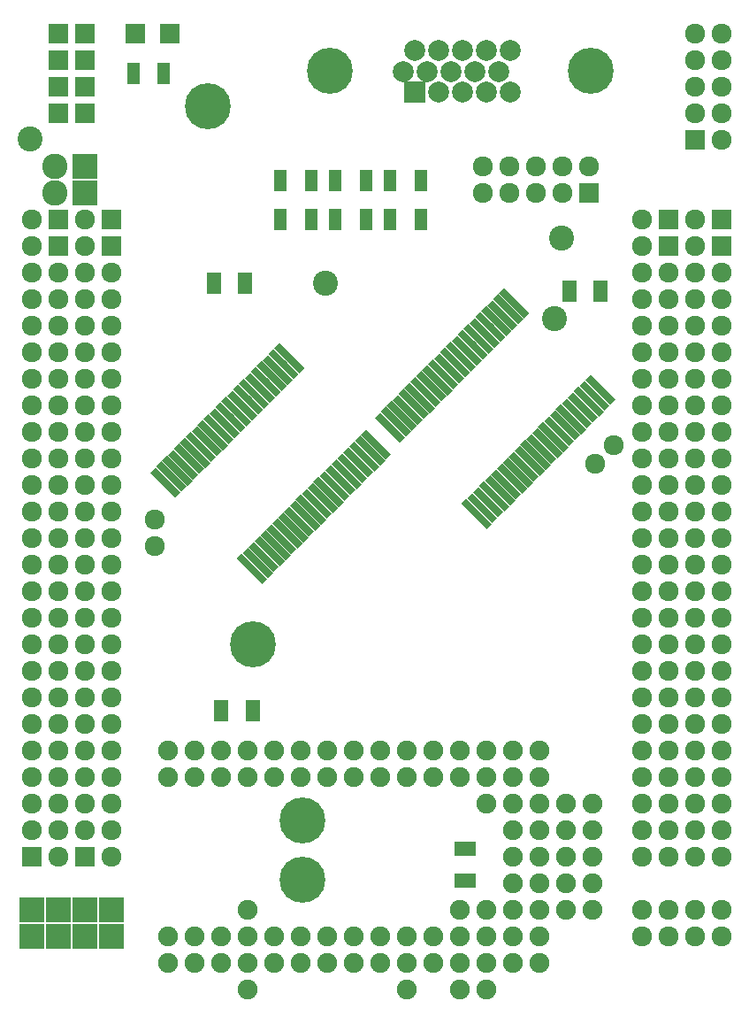
<source format=gbr>
G04 #@! TF.GenerationSoftware,KiCad,Pcbnew,5.0.0-rc2-dev-unknown-0f0d9af~63~ubuntu16.04.1*
G04 #@! TF.CreationDate,2018-03-29T12:16:37-07:00*
G04 #@! TF.ProjectId,mojoback_sram,6D6F6A6F6261636B5F7372616D2E6B69,rev?*
G04 #@! TF.SameCoordinates,Original*
G04 #@! TF.FileFunction,Soldermask,Top*
G04 #@! TF.FilePolarity,Negative*
%FSLAX46Y46*%
G04 Gerber Fmt 4.6, Leading zero omitted, Abs format (unit mm)*
G04 Created by KiCad (PCBNEW 5.0.0-rc2-dev-unknown-0f0d9af~63~ubuntu16.04.1) date Thu Mar 29 12:16:37 2018*
%MOMM*%
%LPD*%
G01*
G04 APERTURE LIST*
%ADD10C,2.400000*%
%ADD11C,4.400000*%
%ADD12C,0.700000*%
%ADD13C,0.100000*%
%ADD14R,1.400000X2.000000*%
%ADD15R,2.000000X1.400000*%
%ADD16R,1.900000X1.900000*%
%ADD17R,1.924000X1.924000*%
%ADD18R,2.432000X2.432000*%
%ADD19C,1.924000*%
%ADD20C,2.432000*%
%ADD21R,1.300000X2.100000*%
%ADD22C,1.900000*%
%ADD23C,2.000000*%
%ADD24R,2.000000X2.000000*%
G04 APERTURE END LIST*
D10*
X130175000Y-66135000D03*
X108275000Y-62735000D03*
X130875000Y-58435000D03*
D11*
X96975000Y-45835000D03*
X106075000Y-119835000D03*
X106075000Y-114135000D03*
D12*
X104816301Y-69895305D03*
D13*
G36*
X103861707Y-68445736D02*
X106265870Y-70849899D01*
X105770895Y-71344874D01*
X103366732Y-68940711D01*
X103861707Y-68445736D01*
X103861707Y-68445736D01*
G37*
D12*
X104250615Y-70460990D03*
D13*
G36*
X103296021Y-69011421D02*
X105700184Y-71415584D01*
X105205209Y-71910559D01*
X102801046Y-69506396D01*
X103296021Y-69011421D01*
X103296021Y-69011421D01*
G37*
D12*
X103684930Y-71026676D03*
D13*
G36*
X102730336Y-69577107D02*
X105134499Y-71981270D01*
X104639524Y-72476245D01*
X102235361Y-70072082D01*
X102730336Y-69577107D01*
X102730336Y-69577107D01*
G37*
D12*
X103119244Y-71592361D03*
D13*
G36*
X102164650Y-70142792D02*
X104568813Y-72546955D01*
X104073838Y-73041930D01*
X101669675Y-70637767D01*
X102164650Y-70142792D01*
X102164650Y-70142792D01*
G37*
D12*
X102553559Y-72158047D03*
D13*
G36*
X101598965Y-70708478D02*
X104003128Y-73112641D01*
X103508153Y-73607616D01*
X101103990Y-71203453D01*
X101598965Y-70708478D01*
X101598965Y-70708478D01*
G37*
D12*
X101987873Y-72723732D03*
D13*
G36*
X101033279Y-71274163D02*
X103437442Y-73678326D01*
X102942467Y-74173301D01*
X100538304Y-71769138D01*
X101033279Y-71274163D01*
X101033279Y-71274163D01*
G37*
D12*
X101422188Y-73289417D03*
D13*
G36*
X100467594Y-71839848D02*
X102871757Y-74244011D01*
X102376782Y-74738986D01*
X99972619Y-72334823D01*
X100467594Y-71839848D01*
X100467594Y-71839848D01*
G37*
D12*
X100856503Y-73855103D03*
D13*
G36*
X99901909Y-72405534D02*
X102306072Y-74809697D01*
X101811097Y-75304672D01*
X99406934Y-72900509D01*
X99901909Y-72405534D01*
X99901909Y-72405534D01*
G37*
D12*
X100290817Y-74420788D03*
D13*
G36*
X99336223Y-72971219D02*
X101740386Y-75375382D01*
X101245411Y-75870357D01*
X98841248Y-73466194D01*
X99336223Y-72971219D01*
X99336223Y-72971219D01*
G37*
D12*
X99725132Y-74986474D03*
D13*
G36*
X98770538Y-73536905D02*
X101174701Y-75941068D01*
X100679726Y-76436043D01*
X98275563Y-74031880D01*
X98770538Y-73536905D01*
X98770538Y-73536905D01*
G37*
D12*
X99159446Y-75552159D03*
D13*
G36*
X98204852Y-74102590D02*
X100609015Y-76506753D01*
X100114040Y-77001728D01*
X97709877Y-74597565D01*
X98204852Y-74102590D01*
X98204852Y-74102590D01*
G37*
D12*
X98593761Y-76117845D03*
D13*
G36*
X97639167Y-74668276D02*
X100043330Y-77072439D01*
X99548355Y-77567414D01*
X97144192Y-75163251D01*
X97639167Y-74668276D01*
X97639167Y-74668276D01*
G37*
D12*
X98028076Y-76683530D03*
D13*
G36*
X97073482Y-75233961D02*
X99477645Y-77638124D01*
X98982670Y-78133099D01*
X96578507Y-75728936D01*
X97073482Y-75233961D01*
X97073482Y-75233961D01*
G37*
D12*
X97462390Y-77249215D03*
D13*
G36*
X96507796Y-75799646D02*
X98911959Y-78203809D01*
X98416984Y-78698784D01*
X96012821Y-76294621D01*
X96507796Y-75799646D01*
X96507796Y-75799646D01*
G37*
D12*
X96896705Y-77814901D03*
D13*
G36*
X95942111Y-76365332D02*
X98346274Y-78769495D01*
X97851299Y-79264470D01*
X95447136Y-76860307D01*
X95942111Y-76365332D01*
X95942111Y-76365332D01*
G37*
D12*
X96331019Y-78380586D03*
D13*
G36*
X95376425Y-76931017D02*
X97780588Y-79335180D01*
X97285613Y-79830155D01*
X94881450Y-77425992D01*
X95376425Y-76931017D01*
X95376425Y-76931017D01*
G37*
D12*
X95765334Y-78946272D03*
D13*
G36*
X94810740Y-77496703D02*
X97214903Y-79900866D01*
X96719928Y-80395841D01*
X94315765Y-77991678D01*
X94810740Y-77496703D01*
X94810740Y-77496703D01*
G37*
D12*
X95199648Y-79511957D03*
D13*
G36*
X94245054Y-78062388D02*
X96649217Y-80466551D01*
X96154242Y-80961526D01*
X93750079Y-78557363D01*
X94245054Y-78062388D01*
X94245054Y-78062388D01*
G37*
D12*
X94633963Y-80077642D03*
D13*
G36*
X93679369Y-78628073D02*
X96083532Y-81032236D01*
X95588557Y-81527211D01*
X93184394Y-79123048D01*
X93679369Y-78628073D01*
X93679369Y-78628073D01*
G37*
D12*
X94068278Y-80643328D03*
D13*
G36*
X93113684Y-79193759D02*
X95517847Y-81597922D01*
X95022872Y-82092897D01*
X92618709Y-79688734D01*
X93113684Y-79193759D01*
X93113684Y-79193759D01*
G37*
D12*
X93502592Y-81209013D03*
D13*
G36*
X92547998Y-79759444D02*
X94952161Y-82163607D01*
X94457186Y-82658582D01*
X92053023Y-80254419D01*
X92547998Y-79759444D01*
X92547998Y-79759444D01*
G37*
D12*
X92936907Y-81774699D03*
D13*
G36*
X91982313Y-80325130D02*
X94386476Y-82729293D01*
X93891501Y-83224268D01*
X91487338Y-80820105D01*
X91982313Y-80325130D01*
X91982313Y-80325130D01*
G37*
D12*
X101775741Y-89482163D03*
D13*
G36*
X100821147Y-88032594D02*
X103225310Y-90436757D01*
X102730335Y-90931732D01*
X100326172Y-88527569D01*
X100821147Y-88032594D01*
X100821147Y-88032594D01*
G37*
D12*
X105735539Y-85522365D03*
D13*
G36*
X104780945Y-84072796D02*
X107185108Y-86476959D01*
X106690133Y-86971934D01*
X104285970Y-84567771D01*
X104780945Y-84072796D01*
X104780945Y-84072796D01*
G37*
D12*
X110261023Y-80996881D03*
D13*
G36*
X109306429Y-79547312D02*
X111710592Y-81951475D01*
X111215617Y-82446450D01*
X108811454Y-80042287D01*
X109306429Y-79547312D01*
X109306429Y-79547312D01*
G37*
D12*
X104604169Y-86653736D03*
D13*
G36*
X103649575Y-85204167D02*
X106053738Y-87608330D01*
X105558763Y-88103305D01*
X103154600Y-85699142D01*
X103649575Y-85204167D01*
X103649575Y-85204167D01*
G37*
D12*
X107432596Y-83825308D03*
D13*
G36*
X106478002Y-82375739D02*
X108882165Y-84779902D01*
X108387190Y-85274877D01*
X105983027Y-82870714D01*
X106478002Y-82375739D01*
X106478002Y-82375739D01*
G37*
D12*
X102341427Y-88916477D03*
D13*
G36*
X101386833Y-87466908D02*
X103790996Y-89871071D01*
X103296021Y-90366046D01*
X100891858Y-87961883D01*
X101386833Y-87466908D01*
X101386833Y-87466908D01*
G37*
D12*
X106866910Y-84390994D03*
D13*
G36*
X105912316Y-82941425D02*
X108316479Y-85345588D01*
X107821504Y-85840563D01*
X105417341Y-83436400D01*
X105912316Y-82941425D01*
X105912316Y-82941425D01*
G37*
D12*
X101210056Y-90047848D03*
D13*
G36*
X100255462Y-88598279D02*
X102659625Y-91002442D01*
X102164650Y-91497417D01*
X99760487Y-89093254D01*
X100255462Y-88598279D01*
X100255462Y-88598279D01*
G37*
D12*
X112523765Y-78734140D03*
D13*
G36*
X111569171Y-77284571D02*
X113973334Y-79688734D01*
X113478359Y-80183709D01*
X111074196Y-77779546D01*
X111569171Y-77284571D01*
X111569171Y-77284571D01*
G37*
D12*
X105169854Y-86088050D03*
D13*
G36*
X104215260Y-84638481D02*
X106619423Y-87042644D01*
X106124448Y-87537619D01*
X103720285Y-85133456D01*
X104215260Y-84638481D01*
X104215260Y-84638481D01*
G37*
D12*
X108563967Y-82693938D03*
D13*
G36*
X107609373Y-81244369D02*
X110013536Y-83648532D01*
X109518561Y-84143507D01*
X107114398Y-81739344D01*
X107609373Y-81244369D01*
X107609373Y-81244369D01*
G37*
D12*
X104038483Y-87219421D03*
D13*
G36*
X103083889Y-85769852D02*
X105488052Y-88174015D01*
X104993077Y-88668990D01*
X102588914Y-86264827D01*
X103083889Y-85769852D01*
X103083889Y-85769852D01*
G37*
D12*
X107998281Y-83259623D03*
D13*
G36*
X107043687Y-81810054D02*
X109447850Y-84214217D01*
X108952875Y-84709192D01*
X106548712Y-82305029D01*
X107043687Y-81810054D01*
X107043687Y-81810054D01*
G37*
D12*
X111392394Y-79865510D03*
D13*
G36*
X110437800Y-78415941D02*
X112841963Y-80820104D01*
X112346988Y-81315079D01*
X109942825Y-78910916D01*
X110437800Y-78415941D01*
X110437800Y-78415941D01*
G37*
D12*
X109129652Y-82128252D03*
D13*
G36*
X108175058Y-80678683D02*
X110579221Y-83082846D01*
X110084246Y-83577821D01*
X107680083Y-81173658D01*
X108175058Y-80678683D01*
X108175058Y-80678683D01*
G37*
D12*
X106301225Y-84956679D03*
D13*
G36*
X105346631Y-83507110D02*
X107750794Y-85911273D01*
X107255819Y-86406248D01*
X104851656Y-84002085D01*
X105346631Y-83507110D01*
X105346631Y-83507110D01*
G37*
D12*
X113089450Y-78168454D03*
D13*
G36*
X112134856Y-76718885D02*
X114539019Y-79123048D01*
X114044044Y-79618023D01*
X111639881Y-77213860D01*
X112134856Y-76718885D01*
X112134856Y-76718885D01*
G37*
D12*
X111958079Y-79299825D03*
D13*
G36*
X111003485Y-77850256D02*
X113407648Y-80254419D01*
X112912673Y-80749394D01*
X110508510Y-78345231D01*
X111003485Y-77850256D01*
X111003485Y-77850256D01*
G37*
D12*
X109695337Y-81562567D03*
D13*
G36*
X108740743Y-80112998D02*
X111144906Y-82517161D01*
X110649931Y-83012136D01*
X108245768Y-80607973D01*
X108740743Y-80112998D01*
X108740743Y-80112998D01*
G37*
D12*
X103472798Y-87785106D03*
D13*
G36*
X102518204Y-86335537D02*
X104922367Y-88739700D01*
X104427392Y-89234675D01*
X102023229Y-86830512D01*
X102518204Y-86335537D01*
X102518204Y-86335537D01*
G37*
D12*
X110826708Y-80431196D03*
D13*
G36*
X109872114Y-78981627D02*
X112276277Y-81385790D01*
X111781302Y-81880765D01*
X109377139Y-79476602D01*
X109872114Y-78981627D01*
X109872114Y-78981627D01*
G37*
D12*
X102907112Y-88350792D03*
D13*
G36*
X101952518Y-86901223D02*
X104356681Y-89305386D01*
X103861706Y-89800361D01*
X101457543Y-87396198D01*
X101952518Y-86901223D01*
X101952518Y-86901223D01*
G37*
D12*
X124407111Y-83100792D03*
D13*
G36*
X123452517Y-81651223D02*
X125856680Y-84055386D01*
X125361705Y-84550361D01*
X122957542Y-82146198D01*
X123452517Y-81651223D01*
X123452517Y-81651223D01*
G37*
D12*
X132326707Y-75181196D03*
D13*
G36*
X131372113Y-73731627D02*
X133776276Y-76135790D01*
X133281301Y-76630765D01*
X130877138Y-74226602D01*
X131372113Y-73731627D01*
X131372113Y-73731627D01*
G37*
D12*
X124972797Y-82535106D03*
D13*
G36*
X124018203Y-81085537D02*
X126422366Y-83489700D01*
X125927391Y-83984675D01*
X123523228Y-81580512D01*
X124018203Y-81085537D01*
X124018203Y-81085537D01*
G37*
D12*
X131195336Y-76312567D03*
D13*
G36*
X130240742Y-74862998D02*
X132644905Y-77267161D01*
X132149930Y-77762136D01*
X129745767Y-75357973D01*
X130240742Y-74862998D01*
X130240742Y-74862998D01*
G37*
D12*
X133458078Y-74049825D03*
D13*
G36*
X132503484Y-72600256D02*
X134907647Y-75004419D01*
X134412672Y-75499394D01*
X132008509Y-73095231D01*
X132503484Y-72600256D01*
X132503484Y-72600256D01*
G37*
D12*
X134589449Y-72918454D03*
D13*
G36*
X133634855Y-71468885D02*
X136039018Y-73873048D01*
X135544043Y-74368023D01*
X133139880Y-71963860D01*
X133634855Y-71468885D01*
X133634855Y-71468885D01*
G37*
D12*
X127801224Y-79706679D03*
D13*
G36*
X126846630Y-78257110D02*
X129250793Y-80661273D01*
X128755818Y-81156248D01*
X126351655Y-78752085D01*
X126846630Y-78257110D01*
X126846630Y-78257110D01*
G37*
D12*
X130629651Y-76878252D03*
D13*
G36*
X129675057Y-75428683D02*
X132079220Y-77832846D01*
X131584245Y-78327821D01*
X129180082Y-75923658D01*
X129675057Y-75428683D01*
X129675057Y-75428683D01*
G37*
D12*
X132892393Y-74615510D03*
D13*
G36*
X131937799Y-73165941D02*
X134341962Y-75570104D01*
X133846987Y-76065079D01*
X131442824Y-73660916D01*
X131937799Y-73165941D01*
X131937799Y-73165941D01*
G37*
D12*
X129498280Y-78009623D03*
D13*
G36*
X128543686Y-76560054D02*
X130947849Y-78964217D01*
X130452874Y-79459192D01*
X128048711Y-77055029D01*
X128543686Y-76560054D01*
X128543686Y-76560054D01*
G37*
D12*
X125538482Y-81969421D03*
D13*
G36*
X124583888Y-80519852D02*
X126988051Y-82924015D01*
X126493076Y-83418990D01*
X124088913Y-81014827D01*
X124583888Y-80519852D01*
X124583888Y-80519852D01*
G37*
D12*
X130063966Y-77443938D03*
D13*
G36*
X129109372Y-75994369D02*
X131513535Y-78398532D01*
X131018560Y-78893507D01*
X128614397Y-76489344D01*
X129109372Y-75994369D01*
X129109372Y-75994369D01*
G37*
D12*
X126669853Y-80838050D03*
D13*
G36*
X125715259Y-79388481D02*
X128119422Y-81792644D01*
X127624447Y-82287619D01*
X125220284Y-79883456D01*
X125715259Y-79388481D01*
X125715259Y-79388481D01*
G37*
D12*
X134023764Y-73484140D03*
D13*
G36*
X133069170Y-72034571D02*
X135473333Y-74438734D01*
X134978358Y-74933709D01*
X132574195Y-72529546D01*
X133069170Y-72034571D01*
X133069170Y-72034571D01*
G37*
D12*
X122710055Y-84797848D03*
D13*
G36*
X121755461Y-83348279D02*
X124159624Y-85752442D01*
X123664649Y-86247417D01*
X121260486Y-83843254D01*
X121755461Y-83348279D01*
X121755461Y-83348279D01*
G37*
D12*
X128366909Y-79140994D03*
D13*
G36*
X127412315Y-77691425D02*
X129816478Y-80095588D01*
X129321503Y-80590563D01*
X126917340Y-78186400D01*
X127412315Y-77691425D01*
X127412315Y-77691425D01*
G37*
D12*
X123841426Y-83666477D03*
D13*
G36*
X122886832Y-82216908D02*
X125290995Y-84621071D01*
X124796020Y-85116046D01*
X122391857Y-82711883D01*
X122886832Y-82216908D01*
X122886832Y-82216908D01*
G37*
D12*
X128932595Y-78575308D03*
D13*
G36*
X127978001Y-77125739D02*
X130382164Y-79529902D01*
X129887189Y-80024877D01*
X127483026Y-77620714D01*
X127978001Y-77125739D01*
X127978001Y-77125739D01*
G37*
D12*
X126104168Y-81403736D03*
D13*
G36*
X125149574Y-79954167D02*
X127553737Y-82358330D01*
X127058762Y-82853305D01*
X124654599Y-80449142D01*
X125149574Y-79954167D01*
X125149574Y-79954167D01*
G37*
D12*
X131761022Y-75746881D03*
D13*
G36*
X130806428Y-74297312D02*
X133210591Y-76701475D01*
X132715616Y-77196450D01*
X130311453Y-74792287D01*
X130806428Y-74297312D01*
X130806428Y-74297312D01*
G37*
D12*
X127235538Y-80272365D03*
D13*
G36*
X126280944Y-78822796D02*
X128685107Y-81226959D01*
X128190132Y-81721934D01*
X125785969Y-79317771D01*
X126280944Y-78822796D01*
X126280944Y-78822796D01*
G37*
D12*
X123275740Y-84232163D03*
D13*
G36*
X122321146Y-82782594D02*
X124725309Y-85186757D01*
X124230334Y-85681732D01*
X121826171Y-83277569D01*
X122321146Y-82782594D01*
X122321146Y-82782594D01*
G37*
D12*
X114436906Y-76524699D03*
D13*
G36*
X113482312Y-75075130D02*
X115886475Y-77479293D01*
X115391500Y-77974268D01*
X112987337Y-75570105D01*
X113482312Y-75075130D01*
X113482312Y-75075130D01*
G37*
D12*
X115002591Y-75959013D03*
D13*
G36*
X114047997Y-74509444D02*
X116452160Y-76913607D01*
X115957185Y-77408582D01*
X113553022Y-75004419D01*
X114047997Y-74509444D01*
X114047997Y-74509444D01*
G37*
D12*
X115568277Y-75393328D03*
D13*
G36*
X114613683Y-73943759D02*
X117017846Y-76347922D01*
X116522871Y-76842897D01*
X114118708Y-74438734D01*
X114613683Y-73943759D01*
X114613683Y-73943759D01*
G37*
D12*
X116133962Y-74827642D03*
D13*
G36*
X115179368Y-73378073D02*
X117583531Y-75782236D01*
X117088556Y-76277211D01*
X114684393Y-73873048D01*
X115179368Y-73378073D01*
X115179368Y-73378073D01*
G37*
D12*
X116699647Y-74261957D03*
D13*
G36*
X115745053Y-72812388D02*
X118149216Y-75216551D01*
X117654241Y-75711526D01*
X115250078Y-73307363D01*
X115745053Y-72812388D01*
X115745053Y-72812388D01*
G37*
D12*
X117265333Y-73696272D03*
D13*
G36*
X116310739Y-72246703D02*
X118714902Y-74650866D01*
X118219927Y-75145841D01*
X115815764Y-72741678D01*
X116310739Y-72246703D01*
X116310739Y-72246703D01*
G37*
D12*
X117831018Y-73130586D03*
D13*
G36*
X116876424Y-71681017D02*
X119280587Y-74085180D01*
X118785612Y-74580155D01*
X116381449Y-72175992D01*
X116876424Y-71681017D01*
X116876424Y-71681017D01*
G37*
D12*
X118396704Y-72564901D03*
D13*
G36*
X117442110Y-71115332D02*
X119846273Y-73519495D01*
X119351298Y-74014470D01*
X116947135Y-71610307D01*
X117442110Y-71115332D01*
X117442110Y-71115332D01*
G37*
D12*
X118962389Y-71999215D03*
D13*
G36*
X118007795Y-70549646D02*
X120411958Y-72953809D01*
X119916983Y-73448784D01*
X117512820Y-71044621D01*
X118007795Y-70549646D01*
X118007795Y-70549646D01*
G37*
D12*
X119528075Y-71433530D03*
D13*
G36*
X118573481Y-69983961D02*
X120977644Y-72388124D01*
X120482669Y-72883099D01*
X118078506Y-70478936D01*
X118573481Y-69983961D01*
X118573481Y-69983961D01*
G37*
D12*
X120093760Y-70867845D03*
D13*
G36*
X119139166Y-69418276D02*
X121543329Y-71822439D01*
X121048354Y-72317414D01*
X118644191Y-69913251D01*
X119139166Y-69418276D01*
X119139166Y-69418276D01*
G37*
D12*
X120659445Y-70302159D03*
D13*
G36*
X119704851Y-68852590D02*
X122109014Y-71256753D01*
X121614039Y-71751728D01*
X119209876Y-69347565D01*
X119704851Y-68852590D01*
X119704851Y-68852590D01*
G37*
D12*
X121225131Y-69736474D03*
D13*
G36*
X120270537Y-68286905D02*
X122674700Y-70691068D01*
X122179725Y-71186043D01*
X119775562Y-68781880D01*
X120270537Y-68286905D01*
X120270537Y-68286905D01*
G37*
D12*
X121790816Y-69170788D03*
D13*
G36*
X120836222Y-67721219D02*
X123240385Y-70125382D01*
X122745410Y-70620357D01*
X120341247Y-68216194D01*
X120836222Y-67721219D01*
X120836222Y-67721219D01*
G37*
D12*
X122356502Y-68605103D03*
D13*
G36*
X121401908Y-67155534D02*
X123806071Y-69559697D01*
X123311096Y-70054672D01*
X120906933Y-67650509D01*
X121401908Y-67155534D01*
X121401908Y-67155534D01*
G37*
D12*
X122922187Y-68039417D03*
D13*
G36*
X121967593Y-66589848D02*
X124371756Y-68994011D01*
X123876781Y-69488986D01*
X121472618Y-67084823D01*
X121967593Y-66589848D01*
X121967593Y-66589848D01*
G37*
D12*
X123487872Y-67473732D03*
D13*
G36*
X122533278Y-66024163D02*
X124937441Y-68428326D01*
X124442466Y-68923301D01*
X122038303Y-66519138D01*
X122533278Y-66024163D01*
X122533278Y-66024163D01*
G37*
D12*
X124053558Y-66908047D03*
D13*
G36*
X123098964Y-65458478D02*
X125503127Y-67862641D01*
X125008152Y-68357616D01*
X122603989Y-65953453D01*
X123098964Y-65458478D01*
X123098964Y-65458478D01*
G37*
D12*
X124619243Y-66342361D03*
D13*
G36*
X123664649Y-64892792D02*
X126068812Y-67296955D01*
X125573837Y-67791930D01*
X123169674Y-65387767D01*
X123664649Y-64892792D01*
X123664649Y-64892792D01*
G37*
D12*
X125184929Y-65776676D03*
D13*
G36*
X124230335Y-64327107D02*
X126634498Y-66731270D01*
X126139523Y-67226245D01*
X123735360Y-64822082D01*
X124230335Y-64327107D01*
X124230335Y-64327107D01*
G37*
D12*
X125750614Y-65210990D03*
D13*
G36*
X124796020Y-63761421D02*
X127200183Y-66165584D01*
X126705208Y-66660559D01*
X124301045Y-64256396D01*
X124796020Y-63761421D01*
X124796020Y-63761421D01*
G37*
D12*
X126316300Y-64645305D03*
D13*
G36*
X125361706Y-63195736D02*
X127765869Y-65599899D01*
X127270894Y-66094874D01*
X124866731Y-63690711D01*
X125361706Y-63195736D01*
X125361706Y-63195736D01*
G37*
D14*
X101295000Y-103649000D03*
X98295000Y-103649000D03*
X134617000Y-63517000D03*
X131617000Y-63517000D03*
X97581000Y-62755000D03*
X100581000Y-62755000D03*
D15*
X121663000Y-116857000D03*
X121663000Y-119857000D03*
D16*
X90075000Y-38885000D03*
X93375000Y-38885000D03*
D17*
X85223500Y-38900001D03*
X82683500Y-38900001D03*
X82683500Y-41440001D03*
X85223500Y-41440001D03*
X85223500Y-43980001D03*
X82683500Y-43980001D03*
X82683500Y-46520001D03*
X85223500Y-46520001D03*
D18*
X80143500Y-122720001D03*
X85223500Y-122720001D03*
X82683500Y-122720001D03*
X85223500Y-125260001D03*
X82683500Y-125260001D03*
X80143500Y-125260001D03*
X87763500Y-125260001D03*
X87763500Y-122720001D03*
D19*
X143643500Y-46520001D03*
X146183500Y-46520001D03*
X146183500Y-49060001D03*
X143643500Y-38900001D03*
X143643500Y-41440001D03*
X143643500Y-43980001D03*
D17*
X143643500Y-49060001D03*
D19*
X146183500Y-38900001D03*
X146183500Y-41440001D03*
X146183500Y-43980001D03*
X123323500Y-51600001D03*
X125863500Y-51600001D03*
X128403500Y-51600001D03*
X130943500Y-51600001D03*
X133483500Y-51600001D03*
X123323500Y-54140001D03*
X125863500Y-54140001D03*
X128403500Y-54140001D03*
X130943500Y-54140001D03*
D17*
X133483500Y-54140001D03*
D19*
X146183500Y-110020001D03*
X146183500Y-92240001D03*
X146183500Y-64300001D03*
X146183500Y-66840001D03*
X146183500Y-87160001D03*
X146183500Y-84620001D03*
X146183500Y-71920001D03*
X143643500Y-117640001D03*
X146183500Y-115100001D03*
D17*
X146183500Y-59220001D03*
D19*
X146183500Y-61760001D03*
X146183500Y-69380001D03*
D17*
X146183500Y-56680001D03*
D19*
X146183500Y-74460001D03*
X146183500Y-97320001D03*
X146183500Y-107480001D03*
X146183500Y-79540001D03*
X143643500Y-102400001D03*
X143643500Y-74460001D03*
X146183500Y-102400001D03*
X146183500Y-94780001D03*
X146183500Y-82080001D03*
X143643500Y-56680001D03*
X146183500Y-112560001D03*
X143643500Y-82080001D03*
X143643500Y-110020001D03*
X146183500Y-77000001D03*
X143643500Y-61760001D03*
X146183500Y-99860001D03*
X143643500Y-99860001D03*
X146183500Y-89700001D03*
X143643500Y-112560001D03*
X143643500Y-107480001D03*
X143643500Y-97320001D03*
X143643500Y-92240001D03*
X143643500Y-77000001D03*
X143643500Y-104940001D03*
X143643500Y-69380001D03*
X146183500Y-104940001D03*
X143643500Y-64300001D03*
X143643500Y-66840001D03*
X143643500Y-59220001D03*
X146183500Y-117640001D03*
X143643500Y-79540001D03*
X143643500Y-84620001D03*
X143643500Y-94780001D03*
X143643500Y-71920001D03*
X143643500Y-87160001D03*
X143643500Y-115100001D03*
X143643500Y-89700001D03*
X82683500Y-112560001D03*
X80143500Y-56680001D03*
X80143500Y-69380001D03*
X80143500Y-66840001D03*
X80143500Y-71920001D03*
X80143500Y-115100001D03*
X82683500Y-115100001D03*
X82683500Y-64300001D03*
X80143500Y-99860001D03*
X80143500Y-102400001D03*
X80143500Y-104940001D03*
X80143500Y-92240001D03*
X80143500Y-87160001D03*
X80143500Y-89700001D03*
X82683500Y-104940001D03*
X80143500Y-74460001D03*
X80143500Y-77000001D03*
X80143500Y-79540001D03*
D17*
X80143500Y-117640001D03*
D19*
X80143500Y-64300001D03*
X82683500Y-117640001D03*
D17*
X82683500Y-56680001D03*
D19*
X82683500Y-74460001D03*
X82683500Y-110020001D03*
X82683500Y-107480001D03*
X80143500Y-59220001D03*
X80143500Y-61760001D03*
X82683500Y-99860001D03*
X82683500Y-89700001D03*
X80143500Y-82080001D03*
X80143500Y-84620001D03*
X80143500Y-94780001D03*
X80143500Y-97320001D03*
X80143500Y-107480001D03*
X82683500Y-87160001D03*
X82683500Y-71920001D03*
X82683500Y-84620001D03*
X80143500Y-110020001D03*
X80143500Y-112560001D03*
X82683500Y-66840001D03*
X82683500Y-82080001D03*
X82683500Y-94780001D03*
X82683500Y-102400001D03*
X82683500Y-77000001D03*
D17*
X82683500Y-59220001D03*
D19*
X82683500Y-61760001D03*
X82683500Y-69380001D03*
X82683500Y-97320001D03*
X82683500Y-92240001D03*
X82683500Y-79540001D03*
D17*
X141103500Y-56680001D03*
X141103500Y-59220001D03*
D19*
X141103500Y-61760001D03*
X141103500Y-64300001D03*
X141103500Y-66840001D03*
X141103500Y-69380001D03*
X141103500Y-71920001D03*
X141103500Y-74460001D03*
X141103500Y-77000001D03*
X141103500Y-79540001D03*
X141103500Y-82080001D03*
X141103500Y-84620001D03*
X141103500Y-87160001D03*
X141103500Y-89700001D03*
X141103500Y-92240001D03*
X141103500Y-94780001D03*
X141103500Y-97320001D03*
X141103500Y-99860001D03*
X141103500Y-102400001D03*
X141103500Y-104940001D03*
X141103500Y-107480001D03*
X141103500Y-110020001D03*
X141103500Y-112560001D03*
X141103500Y-115100001D03*
X141103500Y-117640001D03*
X138563500Y-117640001D03*
X138563500Y-115100001D03*
X138563500Y-112560001D03*
X138563500Y-110020001D03*
X138563500Y-107480001D03*
X138563500Y-104940001D03*
X138563500Y-102400001D03*
X138563500Y-99860001D03*
X138563500Y-97320001D03*
X138563500Y-94780001D03*
X138563500Y-92240001D03*
X138563500Y-89700001D03*
X138563500Y-87160001D03*
X138563500Y-84620001D03*
X138563500Y-82080001D03*
X138563500Y-79540001D03*
X138563500Y-77000001D03*
X138563500Y-74460001D03*
X138563500Y-71920001D03*
X138563500Y-69380001D03*
X138563500Y-66840001D03*
X138563500Y-64300001D03*
X138563500Y-61760001D03*
X138563500Y-59220001D03*
X138563500Y-56680001D03*
D17*
X87763500Y-56680001D03*
X87763500Y-59220001D03*
D19*
X87763500Y-61760001D03*
X87763500Y-64300001D03*
X87763500Y-66840001D03*
X87763500Y-69380001D03*
X87763500Y-71920001D03*
X87763500Y-74460001D03*
X87763500Y-77000001D03*
X87763500Y-79540001D03*
X87763500Y-82080001D03*
X87763500Y-84620001D03*
X87763500Y-87160001D03*
X87763500Y-89700001D03*
X87763500Y-92240001D03*
X87763500Y-94780001D03*
X87763500Y-97320001D03*
X87763500Y-99860001D03*
X87763500Y-102400001D03*
X87763500Y-104940001D03*
X87763500Y-107480001D03*
X87763500Y-110020001D03*
X87763500Y-112560001D03*
X87763500Y-115100001D03*
X87763500Y-117640001D03*
D17*
X85223500Y-117640001D03*
D19*
X85223500Y-115100001D03*
X85223500Y-112560001D03*
X85223500Y-110020001D03*
X85223500Y-107480001D03*
X85223500Y-104940001D03*
X85223500Y-102400001D03*
X85223500Y-99860001D03*
X85223500Y-97320001D03*
X85223500Y-94780001D03*
X85223500Y-92240001D03*
X85223500Y-89700001D03*
X85223500Y-87160001D03*
X85223500Y-84620001D03*
X85223500Y-82080001D03*
X85223500Y-79540001D03*
X85223500Y-77000001D03*
X85223500Y-74460001D03*
X85223500Y-71920001D03*
X85223500Y-69380001D03*
X85223500Y-66840001D03*
X85223500Y-64300001D03*
X85223500Y-61760001D03*
X85223500Y-59220001D03*
X85223500Y-56680001D03*
D20*
X82368943Y-51600001D03*
D18*
X85223500Y-54140001D03*
D20*
X82368943Y-54140001D03*
D18*
X85223500Y-51600001D03*
D19*
X138563500Y-122720001D03*
X138563500Y-125260001D03*
X141103500Y-122720001D03*
X141103500Y-125260001D03*
X143643500Y-122720001D03*
X143643500Y-125260001D03*
X146183500Y-122720001D03*
X146183500Y-125260001D03*
D21*
X89875000Y-42635000D03*
X92775000Y-42635000D03*
X103975000Y-52885000D03*
X106875000Y-52885000D03*
X106875000Y-56635000D03*
X103975000Y-56635000D03*
X109225000Y-56635000D03*
X112125000Y-56635000D03*
X112125000Y-52885000D03*
X109225000Y-52885000D03*
X114475000Y-56635000D03*
X117375000Y-56635000D03*
X117375000Y-52885000D03*
X114475000Y-52885000D03*
D19*
X134090949Y-80045051D03*
X135887000Y-78249000D03*
D22*
X100835000Y-130319000D03*
X116075000Y-130319000D03*
X121155000Y-130319000D03*
X123695000Y-130319000D03*
X131315000Y-120159000D03*
X131315000Y-112539000D03*
X133855000Y-115079000D03*
X133855000Y-120159000D03*
X131315000Y-122699000D03*
X131315000Y-117619000D03*
X131315000Y-115079000D03*
X133855000Y-117619000D03*
X133855000Y-112539000D03*
X133855000Y-122699000D03*
X123695000Y-127779000D03*
X121155000Y-127779000D03*
X116075000Y-127779000D03*
X100835000Y-127779000D03*
X118615000Y-127779000D03*
X128775000Y-127779000D03*
X98295000Y-127779000D03*
X110995000Y-127779000D03*
X105915000Y-127779000D03*
X93215000Y-127779000D03*
X126235000Y-127779000D03*
X95755000Y-127779000D03*
X108455000Y-127779000D03*
X103375000Y-127779000D03*
X113535000Y-127779000D03*
X116075000Y-107459000D03*
X100835000Y-107459000D03*
X118615000Y-107459000D03*
X128775000Y-107459000D03*
X98295000Y-107459000D03*
X110995000Y-107459000D03*
X105915000Y-107459000D03*
X93215000Y-107459000D03*
X126235000Y-107459000D03*
X95755000Y-107459000D03*
X108455000Y-107459000D03*
X103375000Y-107459000D03*
X113535000Y-107459000D03*
X121155000Y-107459000D03*
X123695000Y-107459000D03*
X128775000Y-125239000D03*
X128775000Y-122699000D03*
X128775000Y-120159000D03*
X128775000Y-117619000D03*
X128775000Y-115079000D03*
X128775000Y-112539000D03*
X128775000Y-109999000D03*
X126235000Y-122699000D03*
X126235000Y-112539000D03*
X126235000Y-117619000D03*
X126235000Y-125239000D03*
X126235000Y-115079000D03*
X126235000Y-109999000D03*
X126235000Y-120159000D03*
X123695000Y-125239000D03*
X123695000Y-122699000D03*
X123695000Y-112539000D03*
X123695000Y-109999000D03*
X121155000Y-122699000D03*
X121155000Y-125239000D03*
X121155000Y-109999000D03*
X118615000Y-109999000D03*
X116075000Y-109999000D03*
X113535000Y-109999000D03*
X110995000Y-109999000D03*
X108455000Y-109999000D03*
X105915000Y-109999000D03*
X103375000Y-109999000D03*
X100835000Y-109999000D03*
X98295000Y-109999000D03*
X95755000Y-109999000D03*
X93215000Y-109999000D03*
X118615000Y-125239000D03*
X103375000Y-125239000D03*
X100835000Y-125239000D03*
X98295000Y-125239000D03*
X108455000Y-125239000D03*
X113535000Y-125239000D03*
X105915000Y-125239000D03*
X95755000Y-125239000D03*
X116075000Y-125239000D03*
X110995000Y-125239000D03*
X100835000Y-122699000D03*
X93215000Y-125239000D03*
D11*
X108648000Y-42417000D03*
X133648000Y-42417000D03*
D23*
X125993000Y-40507000D03*
X123703000Y-40507000D03*
X121413000Y-40507000D03*
X119123000Y-40507000D03*
X116833000Y-40507000D03*
X124848000Y-42487000D03*
X122558000Y-42487000D03*
X120268000Y-42487000D03*
X117978000Y-42487000D03*
X115688000Y-42487000D03*
X125993000Y-44467000D03*
X123703000Y-44467000D03*
X121413000Y-44467000D03*
X119123000Y-44467000D03*
D24*
X116833000Y-44467000D03*
D19*
X91945000Y-85361000D03*
X91945000Y-87901000D03*
D11*
X101275000Y-97265000D03*
D10*
X80010000Y-48895000D03*
M02*

</source>
